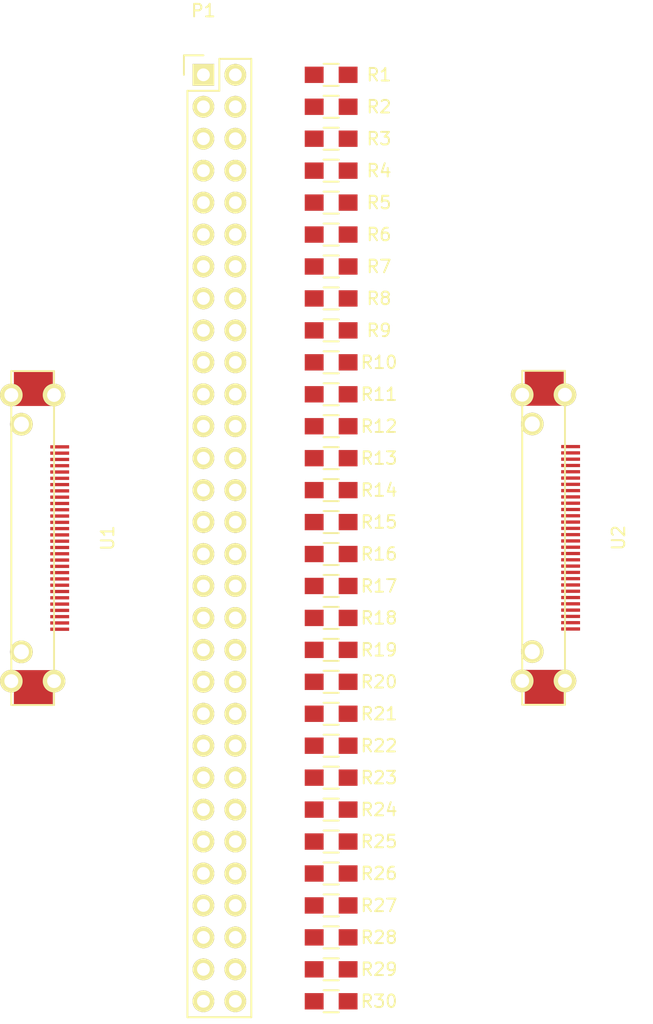
<source format=kicad_pcb>
(kicad_pcb (version 20221018) (generator pcbnew)
  (layers (0 "F.Cu" signal) (31 "B.Cu" signal) (34 "B.Paste" user) (35 "F.Paste" user) (36 "B.SilkS" user "B.Silkscreen") (37 "F.SilkS" user "F.Silkscreen") (38 "B.Mask" user) (39 "F.Mask" user) (44 "Edge.Cuts" user))
  (net 0 "")
  (net 1 "/CAM_GND0")
  (net 2 "/GND0")
  (net 3 "/CAM_PB_CB_VIDEO_OUT")
  (net 4 "/PB_CB_VIDEO_OUT")
  (net 5 "/CAM_G_Y_VIDEO_OUT")
  (net 6 "/G_Y_VIDEO_OUT")
  (net 7 "/CAM_B_PR_CR_VIDEO_OUT")
  (net 8 "/B_PR_CR_VIDEO_OUT")
  (net 9 "/CAM_USB_POWER")
  (net 10 "/USB_POWER")
  (net 11 "/CAM_USB_DATA_P")
  (net 12 "/USB_DATA_P")
  (net 13 "/CAM_USB_DATA_N")
  (net 14 "/USB_DATA_N")
  (net 15 "/CAM_GND1")
  (net 16 "/GND1")
  (net 17 "/CAM_R_AUDIO_OUT")
  (net 18 "/R_AUDIO_OUT")
  (net 19 "/CAM_L_AUDIO_OUT")
  (net 20 "/L_AUDIO_OUT")
  (net 21 "/CAM_POWER_MODE_BUTTON")
  (net 22 "/POWER_MODE_BUTTON")
  (net 23 "/CAM_PLAYBACK")
  (net 24 "/PLAYBACK")
  (net 25 "/CAM_R_AUDIO_IN")
  (net 26 "/R_AUDIO_IN")
  (net 27 "/CAM_L_AUDIO_IN")
  (net 28 "/L_AUDIO_IN")
  (net 29 "/CAM_IR_IN")
  (net 30 "/IR_IN")
  (net 31 "/CAM_TRIGGER")
  (net 32 "/TRIGGER")
  (net 33 "/CAM_GND2")
  (net 34 "/GND2")
  (net 35 "/CAM_ID1")
  (net 36 "/ID1")
  (net 37 "/CAM_ID2")
  (net 38 "/ID2")
  (net 39 "/CAM_ID3")
  (net 40 "/ID3")
  (net 41 "/CAM_ID4")
  (net 42 "/ID4")
  (net 43 "/CAM_POWER_OUT_STANDBY")
  (net 44 "/POWER_OUT_STANDBY")
  (net 45 "/CAM_POWER_OUT")
  (net 46 "/POWER_OUT")
  (net 47 "/CAM_BATTERY_IN")
  (net 48 "/BATTERY_IN")
  (net 49 "/CAM_GND3")
  (net 50 "/GND3")
  (net 51 "/CAM_I2C_DATA")
  (net 52 "/I2C_DATA")
  (net 53 "/CAM_I2C_CLOCK")
  (net 54 "/I2C_CLOCK")
  (net 55 "/CAM_GND4")
  (net 56 "/GND4")
  (net 57 "/DEV_GND0")
  (net 58 "/DEV_PB_CB_VIDEO_OUT")
  (net 59 "/DEV_G_Y_VIDEO_OUT")
  (net 60 "/DEV_B_PR_CR_VIDEO_OUT")
  (net 61 "/DEV_USB_POWER")
  (net 62 "/DEV_USB_DATA_P")
  (net 63 "/DEV_USB_DATA_N")
  (net 64 "/DEV_GND1")
  (net 65 "/DEV_R_AUDIO_OUT")
  (net 66 "/DEV_L_AUDIO_OUT")
  (net 67 "/DEV_POWER_MODE_BUTTON")
  (net 68 "/DEV_PLAYBACK")
  (net 69 "/DEV_R_AUDIO_IN")
  (net 70 "/DEV_L_AUDIO_IN")
  (net 71 "/DEV_IR_IN")
  (net 72 "/DEV_TRIGGER")
  (net 73 "/DEV_GND2")
  (net 74 "/DEV_ID1")
  (net 75 "/DEV_ID2")
  (net 76 "/DEV_ID3")
  (net 77 "/DEV_ID4")
  (net 78 "/DEV_POWER_OUT_STANDBY")
  (net 79 "/DEV_POWER_OUT")
  (net 80 "/DEV_BATTERY_IN")
  (net 81 "/DEV_GND3")
  (net 82 "/DEV_I2C_DATA")
  (net 83 "/DEV_I2C_CLOCK")
  (net 84 "/DEV_GND4")
  (footprint "Pin_Headers:Pin_Header_Straight_2x30" (layer "F.Cu") (at 138.43 60.96)
    (fp_text reference "P1" (at 0 -5.1) (layer "F.SilkS"))
    (fp_text value "CONN_02X30")
    (fp_line (start -1.55 -1.55) (end -1.55 0) (stroke (width 0.15)) (layer "F.SilkS"))
    (fp_line (start -1.27 74.93) (end -1.27 1.27) (stroke (width 0.15)) (layer "F.SilkS"))
    (fp_line (start 0 -1.55) (end -1.55 -1.55) (stroke (width 0.15)) (layer "F.SilkS"))
    (fp_line (start 1.27 -1.27) (end 1.27 1.27) (stroke (width 0.15)) (layer "F.SilkS"))
    (fp_line (start 1.27 1.27) (end -1.27 1.27) (stroke (width 0.15)) (layer "F.SilkS"))
    (fp_line (start 3.81 -1.27) (end 1.27 -1.27) (stroke (width 0.15)) (layer "F.SilkS"))
    (fp_line (start 3.81 -1.27) (end 3.81 74.93) (stroke (width 0.15)) (layer "F.SilkS"))
    (fp_line (start 3.81 74.93) (end -1.27 74.93) (stroke (width 0.15)) (layer "F.SilkS"))
    (pad "1" thru_hole rect (at 0 0) (size 1.7272 1.7272) (drill 1.016) (layers "*.Cu" "*.Mask" "F.SilkS") (net 1 "/CAM_GND0"))
    (pad "2" thru_hole oval (at 2.54 0) (size 1.7272 1.7272) (drill 1.016) (layers "*.Cu" "*.Mask" "F.SilkS") (net 2 "/GND0"))
    (pad "3" thru_hole oval (at 0 2.54) (size 1.7272 1.7272) (drill 1.016) (layers "*.Cu" "*.Mask" "F.SilkS") (net 3 "/CAM_PB_CB_VIDEO_OUT"))
    (pad "4" thru_hole oval (at 2.54 2.54) (size 1.7272 1.7272) (drill 1.016) (layers "*.Cu" "*.Mask" "F.SilkS") (net 4 "/PB_CB_VIDEO_OUT"))
    (pad "5" thru_hole oval (at 0 5.08) (size 1.7272 1.7272) (drill 1.016) (layers "*.Cu" "*.Mask" "F.SilkS") (net 5 "/CAM_G_Y_VIDEO_OUT"))
    (pad "6" thru_hole oval (at 2.54 5.08) (size 1.7272 1.7272) (drill 1.016) (layers "*.Cu" "*.Mask" "F.SilkS") (net 6 "/G_Y_VIDEO_OUT"))
    (pad "7" thru_hole oval (at 0 7.62) (size 1.7272 1.7272) (drill 1.016) (layers "*.Cu" "*.Mask" "F.SilkS") (net 7 "/CAM_B_PR_CR_VIDEO_OUT"))
    (pad "8" thru_hole oval (at 2.54 7.62) (size 1.7272 1.7272) (drill 1.016) (layers "*.Cu" "*.Mask" "F.SilkS") (net 8 "/B_PR_CR_VIDEO_OUT"))
    (pad "9" thru_hole oval (at 0 10.16) (size 1.7272 1.7272) (drill 1.016) (layers "*.Cu" "*.Mask" "F.SilkS") (net 9 "/CAM_USB_POWER"))
    (pad "10" thru_hole oval (at 2.54 10.16) (size 1.7272 1.7272) (drill 1.016) (layers "*.Cu" "*.Mask" "F.SilkS") (net 10 "/USB_POWER"))
    (pad "11" thru_hole oval (at 0 12.7) (size 1.7272 1.7272) (drill 1.016) (layers "*.Cu" "*.Mask" "F.SilkS") (net 9 "/CAM_USB_POWER"))
    (pad "12" thru_hole oval (at 2.54 12.7) (size 1.7272 1.7272) (drill 1.016) (layers "*.Cu" "*.Mask" "F.SilkS") (net 10 "/USB_POWER"))
    (pad "13" thru_hole oval (at 0 15.24) (size 1.7272 1.7272) (drill 1.016) (layers "*.Cu" "*.Mask" "F.SilkS") (net 11 "/CAM_USB_DATA_P"))
    (pad "14" thru_hole oval (at 2.54 15.24) (size 1.7272 1.7272) (drill 1.016) (layers "*.Cu" "*.Mask" "F.SilkS") (net 12 "/USB_DATA_P"))
    (pad "15" thru_hole oval (at 0 17.78) (size 1.7272 1.7272) (drill 1.016) (layers "*.Cu" "*.Mask" "F.SilkS") (net 13 "/CAM_USB_DATA_N"))
    (pad "16" thru_hole oval (at 2.54 17.78) (size 1.7272 1.7272) (drill 1.016) (layers "*.Cu" "*.Mask" "F.SilkS") (net 14 "/USB_DATA_N"))
    (pad "17" thru_hole oval (at 0 20.32) (size 1.7272 1.7272) (drill 1.016) (layers "*.Cu" "*.Mask" "F.SilkS") (net 15 "/CAM_GND1"))
    (pad "18" thru_hole oval (at 2.54 20.32) (size 1.7272 1.7272) (drill 1.016) (layers "*.Cu" "*.Mask" "F.SilkS") (net 16 "/GND1"))
    (pad "19" thru_hole oval (at 0 22.86) (size 1.7272 1.7272) (drill 1.016) (layers "*.Cu" "*.Mask" "F.SilkS") (net 17 "/CAM_R_AUDIO_OUT"))
    (pad "20" thru_hole oval (at 2.54 22.86) (size 1.7272 1.7272) (drill 1.016) (layers "*.Cu" "*.Mask" "F.SilkS") (net 18 "/R_AUDIO_OUT"))
    (pad "21" thru_hole oval (at 0 25.4) (size 1.7272 1.7272) (drill 1.016) (layers "*.Cu" "*.Mask" "F.SilkS") (net 19 "/CAM_L_AUDIO_OUT"))
    (pad "22" thru_hole oval (at 2.54 25.4) (size 1.7272 1.7272) (drill 1.016) (layers "*.Cu" "*.Mask" "F.SilkS") (net 20 "/L_AUDIO_OUT"))
    (pad "23" thru_hole oval (at 0 27.94) (size 1.7272 1.7272) (drill 1.016) (layers "*.Cu" "*.Mask" "F.SilkS") (net 21 "/CAM_POWER_MODE_BUTTON"))
    (pad "24" thru_hole oval (at 2.54 27.94) (size 1.7272 1.7272) (drill 1.016) (layers "*.Cu" "*.Mask" "F.SilkS") (net 22 "/POWER_MODE_BUTTON"))
    (pad "25" thru_hole oval (at 0 30.48) (size 1.7272 1.7272) (drill 1.016) (layers "*.Cu" "*.Mask" "F.SilkS") (net 23 "/CAM_PLAYBACK"))
    (pad "26" thru_hole oval (at 2.54 30.48) (size 1.7272 1.7272) (drill 1.016) (layers "*.Cu" "*.Mask" "F.SilkS") (net 24 "/PLAYBACK"))
    (pad "27" thru_hole oval (at 0 33.02) (size 1.7272 1.7272) (drill 1.016) (layers "*.Cu" "*.Mask" "F.SilkS") (net 25 "/CAM_R_AUDIO_IN"))
    (pad "28" thru_hole oval (at 2.54 33.02) (size 1.7272 1.7272) (drill 1.016) (layers "*.Cu" "*.Mask" "F.SilkS") (net 26 "/R_AUDIO_IN"))
    (pad "29" thru_hole oval (at 0 35.56) (size 1.7272 1.7272) (drill 1.016) (layers "*.Cu" "*.Mask" "F.SilkS") (net 27 "/CAM_L_AUDIO_IN"))
    (pad "30" thru_hole oval (at 2.54 35.56) (size 1.7272 1.7272) (drill 1.016) (layers "*.Cu" "*.Mask" "F.SilkS") (net 28 "/L_AUDIO_IN"))
    (pad "31" thru_hole oval (at 0 38.1) (size 1.7272 1.7272) (drill 1.016) (layers "*.Cu" "*.Mask" "F.SilkS") (net 29 "/CAM_IR_IN"))
    (pad "32" thru_hole oval (at 2.54 38.1) (size 1.7272 1.7272) (drill 1.016) (layers "*.Cu" "*.Mask" "F.SilkS") (net 30 "/IR_IN"))
    (pad "33" thru_hole oval (at 0 40.64) (size 1.7272 1.7272) (drill 1.016) (layers "*.Cu" "*.Mask" "F.SilkS") (net 31 "/CAM_TRIGGER"))
    (pad "34" thru_hole oval (at 2.54 40.64) (size 1.7272 1.7272) (drill 1.016) (layers "*.Cu" "*.Mask" "F.SilkS") (net 32 "/TRIGGER"))
    (pad "35" thru_hole oval (at 0 43.18) (size 1.7272 1.7272) (drill 1.016) (layers "*.Cu" "*.Mask" "F.SilkS") (net 33 "/CAM_GND2"))
    (pad "36" thru_hole oval (at 2.54 43.18) (size 1.7272 1.7272) (drill 1.016) (layers "*.Cu" "*.Mask" "F.SilkS") (net 34 "/GND2"))
    (pad "37" thru_hole oval (at 0 45.72) (size 1.7272 1.7272) (drill 1.016) (layers "*.Cu" "*.Mask" "F.SilkS") (net 35 "/CAM_ID1"))
    (pad "38" thru_hole oval (at 2.54 45.72) (size 1.7272 1.7272) (drill 1.016) (layers "*.Cu" "*.Mask" "F.SilkS") (net 36 "/ID1"))
    (pad "39" thru_hole oval (at 0 48.26) (size 1.7272 1.7272) (drill 1.016) (layers "*.Cu" "*.Mask" "F.SilkS") (net 37 "/CAM_ID2"))
    (pad "40" thru_hole oval (at 2.54 48.26) (size 1.7272 1.7272) (drill 1.016) (layers "*.Cu" "*.Mask" "F.SilkS") (net 38 "/ID2"))
    (pad "41" thru_hole oval (at 0 50.8) (size 1.7272 1.7272) (drill 1.016) (layers "*.Cu" "*.Mask" "F.SilkS") (net 39 "/CAM_ID3"))
    (pad "42" thru_hole oval (at 2.54 50.8) (size 1.7272 1.7272) (drill 1.016) (layers "*.Cu" "*.Mask" "F.SilkS") (net 40 "/ID3"))
    (pad "43" thru_hole oval (at 0 53.34) (size 1.7272 1.7272) (drill 1.016) (layers "*.Cu" "*.Mask" "F.SilkS") (net 41 "/CAM_ID4"))
    (pad "44" thru_hole oval (at 2.54 53.34) (size 1.7272 1.7272) (drill 1.016) (layers "*.Cu" "*.Mask" "F.SilkS") (net 42 "/ID4"))
    (pad "45" thru_hole oval (at 0 55.88) (size 1.7272 1.7272) (drill 1.016) (layers "*.Cu" "*.Mask" "F.SilkS") (net 43 "/CAM_POWER_OUT_STANDBY"))
    (pad "46" thru_hole oval (at 2.54 55.88) (size 1.7272 1.7272) (drill 1.016) (layers "*.Cu" "*.Mask" "F.SilkS") (net 44 "/POWER_OUT_STANDBY"))
    (pad "47" thru_hole oval (at 0 58.42) (size 1.7272 1.7272) (drill 1.016) (layers "*.Cu" "*.Mask" "F.SilkS") (net 45 "/CAM_POWER_OUT"))
    (pad "48" thru_hole oval (at 2.54 58.42) (size 1.7272 1.7272) (drill 1.016) (layers "*.Cu" "*.Mask" "F.SilkS") (net 46 "/POWER_OUT"))
    (pad "49" thru_hole oval (at 0 60.96) (size 1.7272 1.7272) (drill 1.016) (layers "*.Cu" "*.Mask" "F.SilkS") (net 47 "/CAM_BATTERY_IN"))
    (pad "50" thru_hole oval (at 2.54 60.96) (size 1.7272 1.7272) (drill 1.016) (layers "*.Cu" "*.Mask" "F.SilkS") (net 48 "/BATTERY_IN"))
    (pad "51" thru_hole oval (at 0 63.5) (size 1.7272 1.7272) (drill 1.016) (layers "*.Cu" "*.Mask" "F.SilkS") (net 47 "/CAM_BATTERY_IN"))
    (pad "52" thru_hole oval (at 2.54 63.5) (size 1.7272 1.7272) (drill 1.016) (layers "*.Cu" "*.Mask" "F.SilkS") (net 48 "/BATTERY_IN"))
    (pad "53" thru_hole oval (at 0 66.04) (size 1.7272 1.7272) (drill 1.016) (layers "*.Cu" "*.Mask" "F.SilkS") (net 49 "/CAM_GND3"))
    (pad "54" thru_hole oval (at 2.54 66.04) (size 1.7272 1.7272) (drill 1.016) (layers "*.Cu" "*.Mask" "F.SilkS") (net 50 "/GND3"))
    (pad "55" thru_hole oval (at 0 68.58) (size 1.7272 1.7272) (drill 1.016) (layers "*.Cu" "*.Mask" "F.SilkS") (net 51 "/CAM_I2C_DATA"))
    (pad "56" thru_hole oval (at 2.54 68.58) (size 1.7272 1.7272) (drill 1.016) (layers "*.Cu" "*.Mask" "F.SilkS") (net 52 "/I2C_DATA"))
    (pad "57" thru_hole oval (at 0 71.12) (size 1.7272 1.7272) (drill 1.016) (layers "*.Cu" "*.Mask" "F.SilkS") (net 53 "/CAM_I2C_CLOCK"))
    (pad "58" thru_hole oval (at 2.54 71.12) (size 1.7272 1.7272) (drill 1.016) (layers "*.Cu" "*.Mask" "F.SilkS") (net 54 "/I2C_CLOCK"))
    (pad "59" thru_hole oval (at 0 73.66) (size 1.7272 1.7272) (drill 1.016) (layers "*.Cu" "*.Mask" "F.SilkS") (net 55 "/CAM_GND4"))
    (pad "60" thru_hole oval (at 2.54 73.66) (size 1.7272 1.7272) (drill 1.016) (layers "*.Cu" "*.Mask" "F.SilkS") (net 56 "/GND4"))
  )
  (footprint "Resistors_SMD:R_0805_HandSoldering" (layer "F.Cu") (at 148.59 60.96 180)
    (fp_text reference "R1" (at -3.81 0 180) (layer "F.SilkS"))
    (fp_text value "0" hide)
    (fp_line (start -0.6 -0.875) (end 0.6 -0.875) (stroke (width 0.15)) (layer "F.SilkS"))
    (fp_line (start 0.6 0.875) (end -0.6 0.875) (stroke (width 0.15)) (layer "F.SilkS"))
    (pad "1" smd rect (at -1.35 0 180) (size 1.5 1.3) (layers "F.Cu" "F.Paste" "F.Mask") (net 57 "/DEV_GND0"))
    (pad "2" smd rect (at 1.35 0 180) (size 1.5 1.3) (layers "F.Cu" "F.Paste" "F.Mask") (net 2 "/GND0"))
  )
  (footprint "Resistors_SMD:R_0805_HandSoldering" (layer "F.Cu") (at 148.59 63.5 180)
    (fp_text reference "R2" (at -3.81 0 180) (layer "F.SilkS"))
    (fp_text value "0" hide)
    (fp_line (start -0.6 -0.875) (end 0.6 -0.875) (stroke (width 0.15)) (layer "F.SilkS"))
    (fp_line (start 0.6 0.875) (end -0.6 0.875) (stroke (width 0.15)) (layer "F.SilkS"))
    (pad "1" smd rect (at -1.35 0 180) (size 1.5 1.3) (layers "F.Cu" "F.Paste" "F.Mask") (net 58 "/DEV_PB_CB_VIDEO_OUT"))
    (pad "2" smd rect (at 1.35 0 180) (size 1.5 1.3) (layers "F.Cu" "F.Paste" "F.Mask") (net 4 "/PB_CB_VIDEO_OUT"))
  )
  (footprint "Resistors_SMD:R_0805_HandSoldering" (layer "F.Cu") (at 148.59 66.04 180)
    (fp_text reference "R3" (at -3.81 0 180) (layer "F.SilkS"))
    (fp_text value "0" hide)
    (fp_line (start -0.6 -0.875) (end 0.6 -0.875) (stroke (width 0.15)) (layer "F.SilkS"))
    (fp_line (start 0.6 0.875) (end -0.6 0.875) (stroke (width 0.15)) (layer "F.SilkS"))
    (pad "1" smd rect (at -1.35 0 180) (size 1.5 1.3) (layers "F.Cu" "F.Paste" "F.Mask") (net 59 "/DEV_G_Y_VIDEO_OUT"))
    (pad "2" smd rect (at 1.35 0 180) (size 1.5 1.3) (layers "F.Cu" "F.Paste" "F.Mask") (net 6 "/G_Y_VIDEO_OUT"))
  )
  (footprint "Resistors_SMD:R_0805_HandSoldering" (layer "F.Cu") (at 148.59 68.58 180)
    (fp_text reference "R4" (at -3.81 0 180) (layer "F.SilkS"))
    (fp_text value "0" hide)
    (fp_line (start -0.6 -0.875) (end 0.6 -0.875) (stroke (width 0.15)) (layer "F.SilkS"))
    (fp_line (start 0.6 0.875) (end -0.6 0.875) (stroke (width 0.15)) (layer "F.SilkS"))
    (pad "1" smd rect (at -1.35 0 180) (size 1.5 1.3) (layers "F.Cu" "F.Paste" "F.Mask") (net 60 "/DEV_B_PR_CR_VIDEO_OUT"))
    (pad "2" smd rect (at 1.35 0 180) (size 1.5 1.3) (layers "F.Cu" "F.Paste" "F.Mask") (net 8 "/B_PR_CR_VIDEO_OUT"))
  )
  (footprint "Resistors_SMD:R_0805_HandSoldering" (layer "F.Cu") (at 148.59 71.12 180)
    (fp_text reference "R5" (at -3.81 0 180) (layer "F.SilkS"))
    (fp_text value "0" hide)
    (fp_line (start -0.6 -0.875) (end 0.6 -0.875) (stroke (width 0.15)) (layer "F.SilkS"))
    (fp_line (start 0.6 0.875) (end -0.6 0.875) (stroke (width 0.15)) (layer "F.SilkS"))
    (pad "1" smd rect (at -1.35 0 180) (size 1.5 1.3) (layers "F.Cu" "F.Paste" "F.Mask") (net 61 "/DEV_USB_POWER"))
    (pad "2" smd rect (at 1.35 0 180) (size 1.5 1.3) (layers "F.Cu" "F.Paste" "F.Mask") (net 10 "/USB_POWER"))
  )
  (footprint "Resistors_SMD:R_0805_HandSoldering" (layer "F.Cu") (at 148.59 73.66 180)
    (fp_text reference "R6" (at -3.81 0 180) (layer "F.SilkS"))
    (fp_text value "0" hide)
    (fp_line (start -0.6 -0.875) (end 0.6 -0.875) (stroke (width 0.15)) (layer "F.SilkS"))
    (fp_line (start 0.6 0.875) (end -0.6 0.875) (stroke (width 0.15)) (layer "F.SilkS"))
    (pad "1" smd rect (at -1.35 0 180) (size 1.5 1.3) (layers "F.Cu" "F.Paste" "F.Mask") (net 61 "/DEV_USB_POWER"))
    (pad "2" smd rect (at 1.35 0 180) (size 1.5 1.3) (layers "F.Cu" "F.Paste" "F.Mask") (net 10 "/USB_POWER"))
  )
  (footprint "Resistors_SMD:R_0805_HandSoldering" (layer "F.Cu") (at 148.59 76.2 180)
    (fp_text reference "R7" (at -3.81 0 180) (layer "F.SilkS"))
    (fp_text value "0" hide)
    (fp_line (start -0.6 -0.875) (end 0.6 -0.875) (stroke (width 0.15)) (layer "F.SilkS"))
    (fp_line (start 0.6 0.875) (end -0.6 0.875) (stroke (width 0.15)) (layer "F.SilkS"))
    (pad "1" smd rect (at -1.35 0 180) (size 1.5 1.3) (layers "F.Cu" "F.Paste" "F.Mask") (net 62 "/DEV_USB_DATA_P"))
    (pad "2" smd rect (at 1.35 0 180) (size 1.5 1.3) (layers "F.Cu" "F.Paste" "F.Mask") (net 12 "/USB_DATA_P"))
  )
  (footprint "Resistors_SMD:R_0805_HandSoldering" (layer "F.Cu") (at 148.59 78.74 180)
    (fp_text reference "R8" (at -3.81 0 180) (layer "F.SilkS"))
    (fp_text value "0" hide)
    (fp_line (start -0.6 -0.875) (end 0.6 -0.875) (stroke (width 0.15)) (layer "F.SilkS"))
    (fp_line (start 0.6 0.875) (end -0.6 0.875) (stroke (width 0.15)) (layer "F.SilkS"))
    (pad "1" smd rect (at -1.35 0 180) (size 1.5 1.3) (layers "F.Cu" "F.Paste" "F.Mask") (net 63 "/DEV_USB_DATA_N"))
    (pad "2" smd rect (at 1.35 0 180) (size 1.5 1.3) (layers "F.Cu" "F.Paste" "F.Mask") (net 14 "/USB_DATA_N"))
  )
  (footprint "Resistors_SMD:R_0805_HandSoldering" (layer "F.Cu") (at 148.59 81.28 180)
    (fp_text reference "R9" (at -3.81 0 180) (layer "F.SilkS"))
    (fp_text value "0" hide)
    (fp_line (start -0.6 -0.875) (end 0.6 -0.875) (stroke (width 0.15)) (layer "F.SilkS"))
    (fp_line (start 0.6 0.875) (end -0.6 0.875) (stroke (width 0.15)) (layer "F.SilkS"))
    (pad "1" smd rect (at -1.35 0 180) (size 1.5 1.3) (layers "F.Cu" "F.Paste" "F.Mask") (net 64 "/DEV_GND1"))
    (pad "2" smd rect (at 1.35 0 180) (size 1.5 1.3) (layers "F.Cu" "F.Paste" "F.Mask") (net 16 "/GND1"))
  )
  (footprint "Resistors_SMD:R_0805_HandSoldering" (layer "F.Cu") (at 148.59 83.82 180)
    (fp_text reference "R10" (at -3.81 0 180) (layer "F.SilkS"))
    (fp_text value "0" hide)
    (fp_line (start -0.6 -0.875) (end 0.6 -0.875) (stroke (width 0.15)) (layer "F.SilkS"))
    (fp_line (start 0.6 0.875) (end -0.6 0.875) (stroke (width 0.15)) (layer "F.SilkS"))
    (pad "1" smd rect (at -1.35 0 180) (size 1.5 1.3) (layers "F.Cu" "F.Paste" "F.Mask") (net 65 "/DEV_R_AUDIO_OUT"))
    (pad "2" smd rect (at 1.35 0 180) (size 1.5 1.3) (layers "F.Cu" "F.Paste" "F.Mask") (net 18 "/R_AUDIO_OUT"))
  )
  (footprint "Resistors_SMD:R_0805_HandSoldering" (layer "F.Cu") (at 148.59 86.36 180)
    (fp_text reference "R11" (at -3.81 0 180) (layer "F.SilkS"))
    (fp_text value "0" hide)
    (fp_line (start -0.6 -0.875) (end 0.6 -0.875) (stroke (width 0.15)) (layer "F.SilkS"))
    (fp_line (start 0.6 0.875) (end -0.6 0.875) (stroke (width 0.15)) (layer "F.SilkS"))
    (pad "1" smd rect (at -1.35 0 180) (size 1.5 1.3) (layers "F.Cu" "F.Paste" "F.Mask") (net 66 "/DEV_L_AUDIO_OUT"))
    (pad "2" smd rect (at 1.35 0 180) (size 1.5 1.3) (layers "F.Cu" "F.Paste" "F.Mask") (net 20 "/L_AUDIO_OUT"))
  )
  (footprint "Resistors_SMD:R_0805_HandSoldering" (layer "F.Cu") (at 148.59 88.9 180)
    (fp_text reference "R12" (at -3.81 0 180) (layer "F.SilkS"))
    (fp_text value "0" hide)
    (fp_line (start -0.6 -0.875) (end 0.6 -0.875) (stroke (width 0.15)) (layer "F.SilkS"))
    (fp_line (start 0.6 0.875) (end -0.6 0.875) (stroke (width 0.15)) (layer "F.SilkS"))
    (pad "1" smd rect (at -1.35 0 180) (size 1.5 1.3) (layers "F.Cu" "F.Paste" "F.Mask") (net 67 "/DEV_POWER_MODE_BUTTON"))
    (pad "2" smd rect (at 1.35 0 180) (size 1.5 1.3) (layers "F.Cu" "F.Paste" "F.Mask") (net 22 "/POWER_MODE_BUTTON"))
  )
  (footprint "Resistors_SMD:R_0805_HandSoldering" (layer "F.Cu") (at 148.59 91.44 180)
    (fp_text reference "R13" (at -3.81 0 180) (layer "F.SilkS"))
    (fp_text value "0" hide)
    (fp_line (start -0.6 -0.875) (end 0.6 -0.875) (stroke (width 0.15)) (layer "F.SilkS"))
    (fp_line (start 0.6 0.875) (end -0.6 0.875) (stroke (width 0.15)) (layer "F.SilkS"))
    (pad "1" smd rect (at -1.35 0 180) (size 1.5 1.3) (layers "F.Cu" "F.Paste" "F.Mask") (net 68 "/DEV_PLAYBACK"))
    (pad "2" smd rect (at 1.35 0 180) (size 1.5 1.3) (layers "F.Cu" "F.Paste" "F.Mask") (net 24 "/PLAYBACK"))
  )
  (footprint "Resistors_SMD:R_0805_HandSoldering" (layer "F.Cu") (at 148.59 93.98 180)
    (fp_text reference "R14" (at -3.81 0 180) (layer "F.SilkS"))
    (fp_text value "0" hide)
    (fp_line (start -0.6 -0.875) (end 0.6 -0.875) (stroke (width 0.15)) (layer "F.SilkS"))
    (fp_line (start 0.6 0.875) (end -0.6 0.875) (stroke (width 0.15)) (layer "F.SilkS"))
    (pad "1" smd rect (at -1.35 0 180) (size 1.5 1.3) (layers "F.Cu" "F.Paste" "F.Mask") (net 69 "/DEV_R_AUDIO_IN"))
    (pad "2" smd rect (at 1.35 0 180) (size 1.5 1.3) (layers "F.Cu" "F.Paste" "F.Mask") (net 26 "/R_AUDIO_IN"))
  )
  (footprint "Resistors_SMD:R_0805_HandSoldering" (layer "F.Cu") (at 148.59 96.52 180)
    (fp_text reference "R15" (at -3.81 0 180) (layer "F.SilkS"))
    (fp_text value "0" hide)
    (fp_line (start -0.6 -0.875) (end 0.6 -0.875) (stroke (width 0.15)) (layer "F.SilkS"))
    (fp_line (start 0.6 0.875) (end -0.6 0.875) (stroke (width 0.15)) (layer "F.SilkS"))
    (pad "1" smd rect (at -1.35 0 180) (size 1.5 1.3) (layers "F.Cu" "F.Paste" "F.Mask") (net 70 "/DEV_L_AUDIO_IN"))
    (pad "2" smd rect (at 1.35 0 180) (size 1.5 1.3) (layers "F.Cu" "F.Paste" "F.Mask") (net 28 "/L_AUDIO_IN"))
  )
  (footprint "Resistors_SMD:R_0805_HandSoldering" (layer "F.Cu") (at 148.59 99.06 180)
    (fp_text reference "R16" (at -3.81 0 180) (layer "F.SilkS"))
    (fp_text value "R" hide)
    (fp_line (start -0.6 -0.875) (end 0.6 -0.875) (stroke (width 0.15)) (layer "F.SilkS"))
    (fp_line (start 0.6 0.875) (end -0.6 0.875) (stroke (width 0.15)) (layer "F.SilkS"))
    (pad "1" smd rect (at -1.35 0 180) (size 1.5 1.3) (layers "F.Cu" "F.Paste" "F.Mask") (net 71 "/DEV_IR_IN"))
    (pad "2" smd rect (at 1.35 0 180) (size 1.5 1.3) (layers "F.Cu" "F.Paste" "F.Mask") (net 30 "/IR_IN"))
  )
  (footprint "Resistors_SMD:R_0805_HandSoldering" (layer "F.Cu") (at 148.59 101.6 180)
    (fp_text reference "R17" (at -3.81 0 180) (layer "F.SilkS"))
    (fp_text value "R" hide)
    (fp_line (start -0.6 -0.875) (end 0.6 -0.875) (stroke (width 0.15)) (layer "F.SilkS"))
    (fp_line (start 0.6 0.875) (end -0.6 0.875) (stroke (width 0.15)) (layer "F.SilkS"))
    (pad "1" smd rect (at -1.35 0 180) (size 1.5 1.3) (layers "F.Cu" "F.Paste" "F.Mask") (net 72 "/DEV_TRIGGER"))
    (pad "2" smd rect (at 1.35 0 180) (size 1.5 1.3) (layers "F.Cu" "F.Paste" "F.Mask") (net 32 "/TRIGGER"))
  )
  (footprint "Resistors_SMD:R_0805_HandSoldering" (layer "F.Cu") (at 148.59 104.14 180)
    (fp_text reference "R18" (at -3.81 0 180) (layer "F.SilkS"))
    (fp_text value "R" hide)
    (fp_line (start -0.6 -0.875) (end 0.6 -0.875) (stroke (width 0.15)) (layer "F.SilkS"))
    (fp_line (start 0.6 0.875) (end -0.6 0.875) (stroke (width 0.15)) (layer "F.SilkS"))
    (pad "1" smd rect (at -1.35 0 180) (size 1.5 1.3) (layers "F.Cu" "F.Paste" "F.Mask") (net 73 "/DEV_GND2"))
    (pad "2" smd rect (at 1.35 0 180) (size 1.5 1.3) (layers "F.Cu" "F.Paste" "F.Mask") (net 34 "/GND2"))
  )
  (footprint "Resistors_SMD:R_0805_HandSoldering" (layer "F.Cu") (at 148.59 106.68 180)
    (fp_text reference "R19" (at -3.81 0 180) (layer "F.SilkS"))
    (fp_text value "R" hide)
    (fp_line (start -0.6 -0.875) (end 0.6 -0.875) (stroke (width 0.15)) (layer "F.SilkS"))
    (fp_line (start 0.6 0.875) (end -0.6 0.875) (stroke (width 0.15)) (layer "F.SilkS"))
    (pad "1" smd rect (at -1.35 0 180) (size 1.5 1.3) (layers "F.Cu" "F.Paste" "F.Mask") (net 74 "/DEV_ID1"))
    (pad "2" smd rect (at 1.35 0 180) (size 1.5 1.3) (layers "F.Cu" "F.Paste" "F.Mask") (net 36 "/ID1"))
  )
  (footprint "Resistors_SMD:R_0805_HandSoldering" (layer "F.Cu") (at 148.59 109.22 180)
    (fp_text reference "R20" (at -3.81 0 180) (layer "F.SilkS"))
    (fp_text value "R" hide)
    (fp_line (start -0.6 -0.875) (end 0.6 -0.875) (stroke (width 0.15)) (layer "F.SilkS"))
    (fp_line (start 0.6 0.875) (end -0.6 0.875) (stroke (width 0.15)) (layer "F.SilkS"))
    (pad "1" smd rect (at -1.35 0 180) (size 1.5 1.3) (layers "F.Cu" "F.Paste" "F.Mask") (net 75 "/DEV_ID2"))
    (pad "2" smd rect (at 1.35 0 180) (size 1.5 1.3) (layers "F.Cu" "F.Paste" "F.Mask") (net 38 "/ID2"))
  )
  (footprint "Resistors_SMD:R_0805_HandSoldering" (layer "F.Cu") (at 148.59 111.76 180)
    (fp_text reference "R21" (at -3.81 0 180) (layer "F.SilkS"))
    (fp_text value "R" hide)
    (fp_line (start -0.6 -0.875) (end 0.6 -0.875) (stroke (width 0.15)) (layer "F.SilkS"))
    (fp_line (start 0.6 0.875) (end -0.6 0.875) (stroke (width 0.15)) (layer "F.SilkS"))
    (pad "1" smd rect (at -1.35 0 180) (size 1.5 1.3) (layers "F.Cu" "F.Paste" "F.Mask") (net 76 "/DEV_ID3"))
    (pad "2" smd rect (at 1.35 0 180) (size 1.5 1.3) (layers "F.Cu" "F.Paste" "F.Mask") (net 40 "/ID3"))
  )
  (footprint "Resistors_SMD:R_0805_HandSoldering" (layer "F.Cu") (at 148.59 114.3 180)
    (fp_text reference "R22" (at -3.81 0 180) (layer "F.SilkS"))
    (fp_text value "R" hide)
    (fp_line (start -0.6 -0.875) (end 0.6 -0.875) (stroke (width 0.15)) (layer "F.SilkS"))
    (fp_line (start 0.6 0.875) (end -0.6 0.875) (stroke (width 0.15)) (layer "F.SilkS"))
    (pad "1" smd rect (at -1.35 0 180) (size 1.5 1.3) (layers "F.Cu" "F.Paste" "F.Mask") (net 77 "/DEV_ID4"))
    (pad "2" smd rect (at 1.35 0 180) (size 1.5 1.3) (layers "F.Cu" "F.Paste" "F.Mask") (net 42 "/ID4"))
  )
  (footprint "Resistors_SMD:R_0805_HandSoldering" (layer "F.Cu") (at 148.59 116.84 180)
    (fp_text reference "R23" (at -3.81 0 180) (layer "F.SilkS"))
    (fp_text value "R" hide)
    (fp_line (start -0.6 -0.875) (end 0.6 -0.875) (stroke (width 0.15)) (layer "F.SilkS"))
    (fp_line (start 0.6 0.875) (end -0.6 0.875) (stroke (width 0.15)) (layer "F.SilkS"))
    (pad "1" smd rect (at -1.35 0 180) (size 1.5 1.3) (layers "F.Cu" "F.Paste" "F.Mask") (net 78 "/DEV_POWER_OUT_STANDBY"))
    (pad "2" smd rect (at 1.35 0 180) (size 1.5 1.3) (layers "F.Cu" "F.Paste" "F.Mask") (net 44 "/POWER_OUT_STANDBY"))
  )
  (footprint "Resistors_SMD:R_0805_HandSoldering" (layer "F.Cu") (at 148.59 119.38 180)
    (fp_text reference "R24" (at -3.81 0 180) (layer "F.SilkS"))
    (fp_text value "R" hide)
    (fp_line (start -0.6 -0.875) (end 0.6 -0.875) (stroke (width 0.15)) (layer "F.SilkS"))
    (fp_line (start 0.6 0.875) (end -0.6 0.875) (stroke (width 0.15)) (layer "F.SilkS"))
    (pad "1" smd rect (at -1.35 0 180) (size 1.5 1.3) (layers "F.Cu" "F.Paste" "F.Mask") (net 79 "/DEV_POWER_OUT"))
    (pad "2" smd rect (at 1.35 0 180) (size 1.5 1.3) (layers "F.Cu" "F.Paste" "F.Mask") (net 46 "/POWER_OUT"))
  )
  (footprint "Resistors_SMD:R_0805_HandSoldering" (layer "F.Cu") (at 148.59 121.92 180)
    (fp_text reference "R25" (at -3.81 0 180) (layer "F.SilkS"))
    (fp_text value "R" hide)
    (fp_line (start -0.6 -0.875) (end 0.6 -0.875) (stroke (width 0.15)) (layer "F.SilkS"))
    (fp_line (start 0.6 0.875) (end -0.6 0.875) (stroke (width 0.15)) (layer "F.SilkS"))
    (pad "1" smd rect (at -1.35 0 180) (size 1.5 1.3) (layers "F.Cu" "F.Paste" "F.Mask") (net 80 "/DEV_BATTERY_IN"))
    (pad "2" smd rect (at 1.35 0 180) (size 1.5 1.3) (layers "F.Cu" "F.Paste" "F.Mask") (net 48 "/BATTERY_IN"))
  )
  (footprint "Resistors_SMD:R_0805_HandSoldering" (layer "F.Cu") (at 148.59 124.46 180)
    (fp_text reference "R26" (at -3.81 0 180) (layer "F.SilkS"))
    (fp_text value "R" hide)
    (fp_line (start -0.6 -0.875) (end 0.6 -0.875) (stroke (width 0.15)) (layer "F.SilkS"))
    (fp_line (start 0.6 0.875) (end -0.6 0.875) (stroke (width 0.15)) (layer "F.SilkS"))
    (pad "1" smd rect (at -1.35 0 180) (size 1.5 1.3) (layers "F.Cu" "F.Paste" "F.Mask") (net 80 "/DEV_BATTERY_IN"))
    (pad "2" smd rect (at 1.35 0 180) (size 1.5 1.3) (layers "F.Cu" "F.Paste" "F.Mask") (net 48 "/BATTERY_IN"))
  )
  (footprint "Resistors_SMD:R_0805_HandSoldering" (layer "F.Cu") (at 148.59 127 180)
    (fp_text reference "R27" (at -3.81 0 180) (layer "F.SilkS"))
    (fp_text value "R" hide)
    (fp_line (start -0.6 -0.875) (end 0.6 -0.875) (stroke (width 0.15)) (layer "F.SilkS"))
    (fp_line (start 0.6 0.875) (end -0.6 0.875) (stroke (width 0.15)) (layer "F.SilkS"))
    (pad "1" smd rect (at -1.35 0 180) (size 1.5 1.3) (layers "F.Cu" "F.Paste" "F.Mask") (net 81 "/DEV_GND3"))
    (pad "2" smd rect (at 1.35 0 180) (size 1.5 1.3) (layers "F.Cu" "F.Paste" "F.Mask") (net 50 "/GND3"))
  )
  (footprint "Resistors_SMD:R_0805_HandSoldering" (layer "F.Cu") (at 148.59 129.54 180)
    (fp_text reference "R28" (at -3.81 0 180) (layer "F.SilkS"))
    (fp_text value "R" hide)
    (fp_line (start -0.6 -0.875) (end 0.6 -0.875) (stroke (width 0.15)) (layer "F.SilkS"))
    (fp_line (start 0.6 0.875) (end -0.6 0.875) (stroke (width 0.15)) (layer "F.SilkS"))
    (pad "1" smd rect (at -1.35 0 180) (size 1.5 1.3) (layers "F.Cu" "F.Paste" "F.Mask") (net 82 "/DEV_I2C_DATA"))
    (pad "2" smd rect (at 1.35 0 180) (size 1.5 1.3) (layers "F.Cu" "F.Paste" "F.Mask") (net 52 "/I2C_DATA"))
  )
  (footprint "Resistors_SMD:R_0805_HandSoldering" (layer "F.Cu") (at 148.59 132.08 180)
    (fp_text reference "R29" (at -3.81 0 180) (layer "F.SilkS"))
    (fp_text value "R" hide)
    (fp_line (start -0.6 -0.875) (end 0.6 -0.875) (stroke (width 0.15)) (layer "F.SilkS"))
    (fp_line (start 0.6 0.875) (end -0.6 0.875) (stroke (width 0.15)) (layer "F.SilkS"))
    (pad "1" smd rect (at -1.35 0 180) (size 1.5 1.3) (layers "F.Cu" "F.Paste" "F.Mask") (net 83 "/DEV_I2C_CLOCK"))
    (pad "2" smd rect (at 1.35 0 180) (size 1.5 1.3) (layers "F.Cu" "F.Paste" "F.Mask") (net 54 "/I2C_CLOCK"))
  )
  (footprint "Resistors_SMD:R_0805_HandSoldering" (layer "F.Cu") (at 148.59 134.62 180)
    (fp_text reference "R30" (at -3.81 0 180) (layer "F.SilkS"))
    (fp_text value "R" hide)
    (fp_line (start -0.6 -0.875) (end 0.6 -0.875) (stroke (width 0.15)) (layer "F.SilkS"))
    (fp_line (start 0.6 0.875) (end -0.6 0.875) (stroke (width 0.15)) (layer "F.SilkS"))
    (pad "1" smd rect (at -1.35 0 180) (size 1.5 1.3) (layers "F.Cu" "F.Paste" "F.Mask") (net 84 "/DEV_GND4"))
    (pad "2" smd rect (at 1.35 0 180) (size 1.5 1.3) (layers "F.Cu" "F.Paste" "F.Mask") (net 56 "/GND4"))
  )
  (footprint "NQBit:DD1B030HA1R500" (layer "F.Cu") (at 127 97.79 -90)
    (fp_text reference "U1" (at 0 -3.81 270) (layer "F.SilkS"))
    (fp_text value "gopro")
    (fp_line (start -13.275 0.45) (end -13.275 3.85) (stroke (width 0.15)) (layer "F.SilkS"))
    (fp_line (start -13.275 3.85) (end 13.275 3.85) (stroke (width 0.15)) (layer "F.SilkS"))
    (fp_line (start 13.275 0.45) (end -13.275 0.45) (stroke (width 0.15)) (layer "F.SilkS"))
    (fp_line (start 13.275 0.45) (end 13.275 3.85) (stroke (width 0.15)) (layer "F.SilkS"))
    (pad "1" smd rect (at -7.25 0 270) (size 0.26 1.5) (layers "F.Cu" "F.Paste" "F.Mask") (net 1 "/CAM_GND0"))
    (pad "2" smd rect (at -6.75 0 270) (size 0.26 1.5) (layers "F.Cu" "F.Paste" "F.Mask") (net 3 "/CAM_PB_CB_VIDEO_OUT"))
    (pad "3" smd rect (at -6.25 0 270) (size 0.26 1.5) (layers "F.Cu" "F.Paste" "F.Mask") (net 5 "/CAM_G_Y_VIDEO_OUT"))
    (pad "4" smd rect (at -5.75 0 270) (size 0.26 1.5) (layers "F.Cu" "F.Paste" "F.Mask") (net 7 "/CAM_B_PR_CR_VIDEO_OUT"))
    (pad "5" smd rect (at -5.25 0 270) (size 0.26 1.5) (layers "F.Cu" "F.Paste" "F.Mask") (net 9 "/CAM_USB_POWER"))
    (pad "6" smd rect (at -4.75 0 270) (size 0.26 1.5) (layers "F.Cu" "F.Paste" "F.Mask") (net 9 "/CAM_USB_POWER"))
    (pad "7" smd rect (at -4.25 0 270) (size 0.26 1.5) (layers "F.Cu" "F.Paste" "F.Mask") (net 11 "/CAM_USB_DATA_P"))
    (pad "8" smd rect (at -3.75 0 270) (size 0.26 1.5) (layers "F.Cu" "F.Paste" "F.Mask") (net 13 "/CAM_USB_DATA_N"))
    (pad "9" smd rect (at -3.25 0 270) (size 0.26 1.5) (layers "F.Cu" "F.Paste" "F.Mask") (net 15 "/CAM_GND1"))
    (pad "10" smd rect (at -2.75 0 270) (size 0.26 1.5) (layers "F.Cu" "F.Paste" "F.Mask") (net 17 "/CAM_R_AUDIO_OUT"))
    (pad "11" smd rect (at -2.25 0 270) (size 0.26 1.5) (layers "F.Cu" "F.Paste" "F.Mask") (net 19 "/CAM_L_AUDIO_OUT"))
    (pad "12" smd rect (at -1.75 0 270) (size 0.26 1.5) (layers "F.Cu" "F.Paste" "F.Mask") (net 21 "/CAM_POWER_MODE_BUTTON"))
    (pad "13" smd rect (at -1.25 0 270) (size 0.26 1.5) (layers "F.Cu" "F.Paste" "F.Mask") (net 23 "/CAM_PLAYBACK"))
    (pad "14" smd rect (at -0.75 0 270) (size 0.26 1.5) (layers "F.Cu" "F.Paste" "F.Mask") (net 25 "/CAM_R_AUDIO_IN"))
    (pad "15" smd rect (at -0.25 0 270) (size 0.26 1.5) (layers "F.Cu" "F.Paste" "F.Mask") (net 27 "/CAM_L_AUDIO_IN"))
    (pad "16" smd rect (at 0.25 0 270) (size 0.26 1.5) (layers "F.Cu" "F.Paste" "F.Mask") (net 29 "/CAM_IR_IN"))
    (pad "17" smd rect (at 0.75 0 270) (size 0.26 1.5) (layers "F.Cu" "F.Paste" "F.Mask") (net 31 "/CAM_TRIGGER"))
    (pad "18" smd rect (at 1.25 0 270) (size 0.26 1.5) (layers "F.Cu" "F.Paste" "F.Mask") (net 33 "/CAM_GND2"))
    (pad "19" smd rect (at 1.75 0 270) (size 0.26 1.5) (layers "F.Cu" "F.Paste" "F.Mask") (net 35 "/CAM_ID1"))
    (pad "20" smd rect (at 2.25 0 270) (size 0.26 1.5) (layers "F.Cu" "F.Paste" "F.Mask") (net 37 "/CAM_ID2"))
    (pad "21" smd rect (at 2.75 0 270) (size 0.26 1.5) (layers "F.Cu" "F.Paste" "F.Mask") (net 39 "/CAM_ID3"))
    (pad "22" smd rect (at 3.25 0 270) (size 0.26 1.5) (layers "F.Cu" "F.Paste" "F.Mask") (net 41 "/CAM_ID4"))
    (pad "23" smd rect (at 3.75 0 270) (size 0.26 1.5) (layers "F.Cu" "F.Paste" "F.Mask") (net 43 "/CAM_POWER_OUT_STANDBY"))
    (pad "24" smd rect (at 4.25 0 270) (size 0.26 1.5) (layers "F.Cu" "F.Paste" "F.Mask") (net 45 "/CAM_POWER_OUT"))
    (pad "25" smd rect (at 4.75 0 270) (size 0.26 1.5) (layers "F.Cu" "F.Paste" "F.Mask") (net 47 "/CAM_BATTERY_IN"))
    (pad "26" smd rect (at 5.25 0 270) (size 0.26 1.5) (layers "F.Cu" "F.Paste" "F.Mask") (net 47 "/CAM_BATTERY_IN"))
    (pad "27" smd rect (at 5.75 0 270) (size 0.26 1.5) (layers "F.Cu" "F.Paste" "F.Mask") (net 49 "/CAM_GND3"))
    (pad "28" smd rect (at 6.25 0 270) (size 0.26 1.5) (layers "F.Cu" "F.Paste" "F.Mask") (net 51 "/CAM_I2C_DATA"))
    (pad "29" smd rect (at 6.75 0 270) (size 0.26 1.5) (layers "F.Cu" "F.Paste" "F.Mask") (net 53 "/CAM_I2C_CLOCK"))
    (pad "30" smd rect (at 7.25 0 270) (size 0.26 1.5) (layers "F.Cu" "F.Paste" "F.Mask") (net 55 "/CAM_GND4"))
    (pad "PAD" smd rect (at -11.9 2.1 270) (size 2.8 3.1) (layers "F.Cu" "F.Paste" "F.Mask"))
    (pad "PAD" thru_hole circle (at -11.375 0.45 270) (size 1.8 1.8) (drill 1.1) (layers "*.Cu" "*.Mask" "F.SilkS"))
    (pad "PAD" thru_hole circle (at -11.375 3.85 270) (size 1.8 1.8) (drill 1.1) (layers "*.Cu" "*.Mask" "F.SilkS"))
    (pad "PAD" thru_hole circle (at -9.05 3.05 270) (size 1.8 1.8) (drill 1.2) (layers "*.Cu" "*.Mask" "F.SilkS"))
    (pad "PAD" thru_hole circle (at 9.05 3.05 270) (size 1.8 1.8) (drill 1.2) (layers "*.Cu" "*.Mask" "F.SilkS"))
    (pad "PAD" thru_hole circle (at 11.375 0.45 270) (size 1.8 1.8) (drill 1.1) (layers "*.Cu" "*.Mask" "F.SilkS"))
    (pad "PAD" thru_hole circle (at 11.375 3.85 270) (size 1.8 1.8) (drill 1.1) (layers "*.Cu" "*.Mask" "F.SilkS"))
    (pad "PAD" smd rect (at 11.9 2.1 270) (size 2.8 3.1) (layers "F.Cu" "F.Paste" "F.Mask"))
  )
  (footprint "NQBit:DD1B030HA1R500" (layer "F.Cu") (at 167.64 97.77 -90)
    (fp_text reference "U2" (at 0 -3.81 270) (layer "F.SilkS"))
    (fp_text value "gopro")
    (fp_line (start -13.275 0.45) (end -13.275 3.85) (stroke (width 0.15)) (layer "F.SilkS"))
    (fp_line (start -13.275 3.85) (end 13.275 3.85) (stroke (width 0.15)) (layer "F.SilkS"))
    (fp_line (start 13.275 0.45) (end -13.275 0.45) (stroke (width 0.15)) (layer "F.SilkS"))
    (fp_line (start 13.275 0.45) (end 13.275 3.85) (stroke (width 0.15)) (layer "F.SilkS"))
    (pad "1" smd rect (at -7.25 0 270) (size 0.26 1.5) (layers "F.Cu" "F.Paste" "F.Mask") (net 57 "/DEV_GND0"))
    (pad "2" smd rect (at -6.75 0 270) (size 0.26 1.5) (layers "F.Cu" "F.Paste" "F.Mask") (net 58 "/DEV_PB_CB_VIDEO_OUT"))
    (pad "3" smd rect (at -6.25 0 270) (size 0.26 1.5) (layers "F.Cu" "F.Paste" "F.Mask") (net 59 "/DEV_G_Y_VIDEO_OUT"))
    (pad "4" smd rect (at -5.75 0 270) (size 0.26 1.5) (layers "F.Cu" "F.Paste" "F.Mask") (net 60 "/DEV_B_PR_CR_VIDEO_OUT"))
    (pad "5" smd rect (at -5.25 0 270) (size 0.26 1.5) (layers "F.Cu" "F.Paste" "F.Mask") (net 61 "/DEV_USB_POWER"))
    (pad "6" smd rect (at -4.75 0 270) (size 0.26 1.5) (layers "F.Cu" "F.Paste" "F.Mask") (net 61 "/DEV_USB_POWER"))
    (pad "7" smd rect (at -4.25 0 270) (size 0.26 1.5) (layers "F.Cu" "F.Paste" "F.Mask") (net 62 "/DEV_USB_DATA_P"))
    (pad "8" smd rect (at -3.75 0 270) (size 0.26 1.5) (layers "F.Cu" "F.Paste" "F.Mask") (net 63 "/DEV_USB_DATA_N"))
    (pad "9" smd rect (at -3.25 0 270) (size 0.26 1.5) (layers "F.Cu" "F.Paste" "F.Mask") (net 64 "/DEV_GND1"))
    (pad "10" smd rect (at -2.75 0 270) (size 0.26 1.5) (layers "F.Cu" "F.Paste" "F.Mask") (net 65 "/DEV_R_AUDIO_OUT"))
    (pad "11" smd rect (at -2.25 0 270) (size 0.26 1.5) (layers "F.Cu" "F.Paste" "F.Mask") (net 66 "/DEV_L_AUDIO_OUT"))
    (pad "12" smd rect (at -1.75 0 270) (size 0.26 1.5) (layers "F.Cu" "F.Paste" "F.Mask") (net 67 "/DEV_POWER_MODE_BUTTON"))
    (pad "13" smd rect (at -1.25 0 270) (size 0.26 1.5) (layers "F.Cu" "F.Paste" "F.Mask") (net 68 "/DEV_PLAYBACK"))
    (pad "14" smd rect (at -0.75 0 270) (size 0.26 1.5) (layers "F.Cu" "F.Paste" "F.Mask") (net 69 "/DEV_R_AUDIO_IN"))
    (pad "15" smd rect (at -0.25 0 270) (size 0.26 1.5) (layers "F.Cu" "F.Paste" "F.Mask") (net 70 "/DEV_L_AUDIO_IN"))
    (pad "16" smd rect (at 0.25 0 270) (size 0.26 1.5) (layers "F.Cu" "F.Paste" "F.Mask") (net 71 "/DEV_IR_IN"))
    (pad "17" smd rect (at 0.75 0 270) (size 0.26 1.5) (layers "F.Cu" "F.Paste" "F.Mask") (net 72 "/DEV_TRIGGER"))
    (pad "18" smd rect (at 1.25 0 270) (size 0.26 1.5) (layers "F.Cu" "F.Paste" "F.Mask") (net 73 "/DEV_GND2"))
    (pad "19" smd rect (at 1.75 0 270) (size 0.26 1.5) (layers "F.Cu" "F.Paste" "F.Mask") (net 74 "/DEV_ID1"))
    (pad "20" smd rect (at 2.25 0 270) (size 0.26 1.5) (layers "F.Cu" "F.Paste" "F.Mask") (net 75 "/DEV_ID2"))
    (pad "21" smd rect (at 2.75 0 270) (size 0.26 1.5) (layers "F.Cu" "F.Paste" "F.Mask") (net 76 "/DEV_ID3"))
    (pad "22" smd rect (at 3.25 0 270) (size 0.26 1.5) (layers "F.Cu" "F.Paste" "F.Mask") (net 77 "/DEV_ID4"))
    (pad "23" smd rect (at 3.75 0 270) (size 0.26 1.5) (layers "F.Cu" "F.Paste" "F.Mask") (net 78 "/DEV_POWER_OUT_STANDBY"))
    (pad "24" smd rect (at 4.25 0 270) (size 0.26 1.5) (layers "F.Cu" "F.Paste" "F.Mask") (net 79 "/DEV_POWER_OUT"))
    (pad "25" smd rect (at 4.75 0 270) (size 0.26 1.5) (layers "F.Cu" "F.Paste" "F.Mask") (net 80 "/DEV_BATTERY_IN"))
    (pad "26" smd rect (at 5.25 0 270) (size 0.26 1.5) (layers "F.Cu" "F.Paste" "F.Mask") (net 80 "/DEV_BATTERY_IN"))
    (pad "27" smd rect (at 5.75 0 270) (size 0.26 1.5) (layers "F.Cu" "F.Paste" "F.Mask") (net 81 "/DEV_GND3"))
    (pad "28" smd rect (at 6.25 0 270) (size 0.26 1.5) (layers "F.Cu" "F.Paste" "F.Mask") (net 82 "/DEV_I2C_DATA"))
    (pad "29" smd rect (at 6.75 0 270) (size 0.26 1.5) (layers "F.Cu" "F.Paste" "F.Mask") (net 83 "/DEV_I2C_CLOCK"))
    (pad "30" smd rect (at 7.25 0 270) (size 0.26 1.5) (layers "F.Cu" "F.Paste" "F.Mask") (net 84 "/DEV_GND4"))
    (pad "PAD" smd rect (at -11.9 2.1 270) (size 2.8 3.1) (layers "F.Cu" "F.Paste" "F.Mask"))
    (pad "PAD" thru_hole circle (at -11.375 0.45 270) (size 1.8 1.8) (drill 1.1) (layers "*.Cu" "*.Mask" "F.SilkS"))
    (pad "PAD" thru_hole circle (at -11.375 3.85 270) (size 1.8 1.8) (drill 1.1) (layers "*.Cu" "*.Mask" "F.SilkS"))
    (pad "PAD" thru_hole circle (at -9.05 3.05 270) (size 1.8 1.8) (drill 1.2) (layers "*.Cu" "*.Mask" "F.SilkS"))
    (pad "PAD" thru_hole circle (at 9.05 3.05 270) (size 1.8 1.8) (drill 1.2) (layers "*.Cu" "*.Mask" "F.SilkS"))
    (pad "PAD" thru_hole circle (at 11.375 0.45 270) (size 1.8 1.8) (drill 1.1) (layers "*.Cu" "*.Mask" "F.SilkS"))
    (pad "PAD" thru_hole circle (at 11.375 3.85 270) (size 1.8 1.8) (drill 1.1) (layers "*.Cu" "*.Mask" "F.SilkS"))
    (pad "PAD" smd rect (at 11.9 2.1 270) (size 2.8 3.1) (layers "F.Cu" "F.Paste" "F.Mask"))
  )
)
</source>
